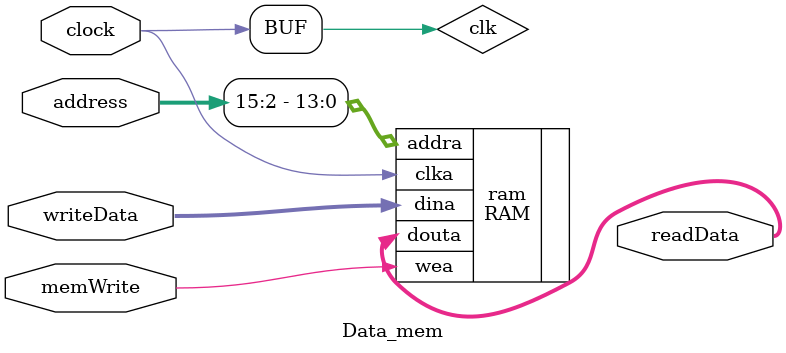
<source format=v>
`timescale 1ns / 1ps
`include "definitions.v"

module Data_mem(clock, memWrite, address, writeData, readData);
    input clock;   //Clock signal.
    input memWrite;  //From controller. 1'b1 indicates write operations to data-memory.
    input [31:0] address;  //The unit is byte. The address of memory unit which is to be read/writen.
    input [31:0] writeData; //Data to be wirten to the memory unit.
    output[31:0] readData;  //Data read from memory unit.
    wire clk;
    assign clk = clock;

    RAM ram ( 
    .clka(clk),                // input wire clka
    .wea(memWrite),            // input wire [0 : 0] wea
    .addra(address[15:2]),     // input wire [13 : 0] addra 
    .dina(writeData),          // input wire [31 : 0] dina
    .douta(readData)           // output wire [31 : 0] douta
    );


endmodule

</source>
